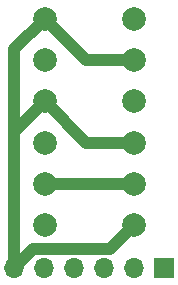
<source format=gbr>
%TF.GenerationSoftware,KiCad,Pcbnew,9.0.0*%
%TF.CreationDate,2025-05-09T11:35:13-04:00*%
%TF.ProjectId,Blue Raven Extension,426c7565-2052-4617-9665-6e2045787465,rev?*%
%TF.SameCoordinates,Original*%
%TF.FileFunction,Copper,L2,Bot*%
%TF.FilePolarity,Positive*%
%FSLAX46Y46*%
G04 Gerber Fmt 4.6, Leading zero omitted, Abs format (unit mm)*
G04 Created by KiCad (PCBNEW 9.0.0) date 2025-05-09 11:35:13*
%MOMM*%
%LPD*%
G01*
G04 APERTURE LIST*
%TA.AperFunction,ComponentPad*%
%ADD10C,2.000000*%
%TD*%
%TA.AperFunction,ComponentPad*%
%ADD11R,1.700000X1.700000*%
%TD*%
%TA.AperFunction,ComponentPad*%
%ADD12O,1.700000X1.700000*%
%TD*%
%TA.AperFunction,Conductor*%
%ADD13C,1.000000*%
%TD*%
G04 APERTURE END LIST*
D10*
%TO.P,SW1,1,Pin_1*%
%TO.N,/Vin*%
X202750000Y-111000000D03*
%TO.P,SW1,2,Pin_2*%
%TO.N,/SW*%
X202750000Y-107500000D03*
%TO.P,SW1,3,Pin_3*%
%TO.N,/Vin*%
X202750000Y-104000000D03*
%TO.P,SW1,4,Pin_4*%
%TO.N,/Main*%
X202750000Y-100500000D03*
%TO.P,SW1,5,Pin_5*%
%TO.N,/Vin*%
X202750000Y-97000000D03*
%TO.P,SW1,6,Pin_6*%
%TO.N,/4th*%
X202750000Y-93500000D03*
%TD*%
D11*
%TO.P,J1,1,Pin_1*%
%TO.N,/4th*%
X205350000Y-114625000D03*
D12*
%TO.P,J1,2,Pin_2*%
%TO.N,/3rd*%
X202810000Y-114625000D03*
%TO.P,J1,3,Pin_3*%
%TO.N,/Main*%
X200270001Y-114625000D03*
%TO.P,J1,4,Pin_4*%
%TO.N,/Apo*%
X197730000Y-114625000D03*
%TO.P,J1,5,Pin_5*%
%TO.N,GND*%
X195190000Y-114625000D03*
%TO.P,J1,6,Pin_6*%
%TO.N,/Vin*%
X192650000Y-114625000D03*
%TD*%
D10*
%TO.P,JBAT1,1,Pin_1*%
%TO.N,/Vin*%
X195250000Y-93500000D03*
%TO.P,JBAT1,2,Pin_2*%
%TO.N,/3rd*%
X195250000Y-97000000D03*
%TO.P,JBAT1,3,Pin_3*%
%TO.N,/Vin*%
X195250000Y-100500000D03*
%TO.P,JBAT1,4,Pin_4*%
%TO.N,/Apo*%
X195250000Y-104000000D03*
%TO.P,JBAT1,5,Pin_5*%
%TO.N,/SW*%
X195250000Y-107500000D03*
%TO.P,JBAT1,6,Pin_6*%
%TO.N,GND*%
X195250000Y-111000000D03*
%TD*%
D13*
%TO.N,/Vin*%
X195250000Y-100500000D02*
X192650000Y-103100000D01*
X195250000Y-93500000D02*
X192650000Y-96100000D01*
X198750000Y-104000000D02*
X195250000Y-100500000D01*
X192650000Y-96100000D02*
X192650000Y-104000000D01*
X194275000Y-113000000D02*
X192650000Y-114625000D01*
X192650000Y-104000000D02*
X192650000Y-114625000D01*
X192650000Y-103100000D02*
X192650000Y-104000000D01*
X198750000Y-97000000D02*
X195250000Y-93500000D01*
X202750000Y-104000000D02*
X198750000Y-104000000D01*
X200750000Y-113000000D02*
X194275000Y-113000000D01*
X202750000Y-111000000D02*
X200750000Y-113000000D01*
X202750000Y-97000000D02*
X198750000Y-97000000D01*
%TO.N,/SW*%
X202750000Y-107500000D02*
X195250000Y-107500000D01*
%TD*%
M02*

</source>
